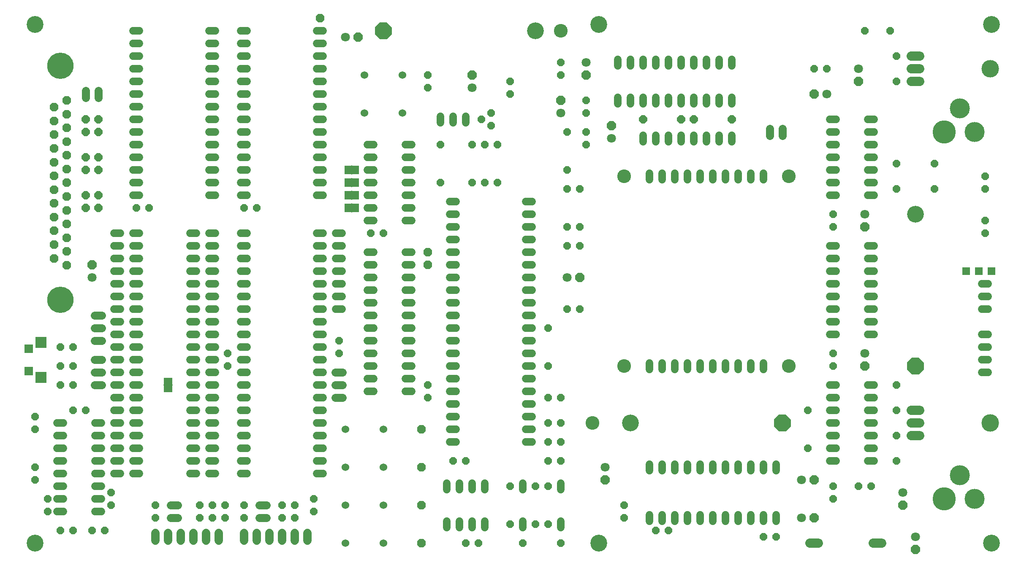
<source format=gbs>
G04 EAGLE Gerber RS-274X export*
G75*
%MOMM*%
%FSLAX34Y34*%
%LPD*%
%INSoldermask Bottom*%
%IPPOS*%
%AMOC8*
5,1,8,0,0,1.08239X$1,22.5*%
G01*
%ADD10C,3.378200*%
%ADD11C,1.879600*%
%ADD12C,3.505200*%
%ADD13P,1.951982X8X292.500000*%
%ADD14C,1.803400*%
%ADD15P,1.649562X8X292.500000*%
%ADD16P,1.649562X8X202.500000*%
%ADD17C,1.524000*%
%ADD18P,1.649562X8X112.500000*%
%ADD19P,1.649562X8X22.500000*%
%ADD20C,2.743200*%
%ADD21C,1.625600*%
%ADD22P,1.759533X8X22.500000*%
%ADD23P,1.759533X8X202.500000*%
%ADD24C,3.352800*%
%ADD25P,3.629037X8X22.500000*%
%ADD26P,3.629037X8X292.500000*%
%ADD27P,1.951982X8X202.500000*%
%ADD28P,1.951982X8X22.500000*%
%ADD29P,1.951982X8X112.500000*%
%ADD30C,1.524000*%
%ADD31R,1.371600X1.803400*%
%ADD32R,0.152400X1.828800*%
%ADD33C,1.727200*%
%ADD34R,1.727200X1.727200*%
%ADD35R,2.298700X2.298700*%
%ADD36C,4.648200*%
%ADD37C,4.013200*%
%ADD38P,1.869504X8X112.500000*%
%ADD39C,5.283200*%
%ADD40P,3.629037X8X202.500000*%
%ADD41P,1.869504X8X22.500000*%
%ADD42R,1.511200X1.511200*%
%ADD43R,1.803400X1.371600*%
%ADD44R,1.828800X0.152400*%


D10*
X38100Y1079500D03*
X38100Y38100D03*
X1955800Y1079500D03*
X1955800Y38100D03*
X1168400Y1079500D03*
X1168400Y38100D03*
D11*
X1795018Y1016000D02*
X1811782Y1016000D01*
X1811782Y990600D02*
X1795018Y990600D01*
X1795018Y965200D02*
X1811782Y965200D01*
D12*
X1953260Y990600D03*
D13*
X1689100Y965200D03*
D14*
X1689100Y990600D03*
D15*
X1765300Y1016000D03*
X1765300Y965200D03*
D16*
X1752600Y1066800D03*
X1701800Y1066800D03*
D17*
X1035304Y241300D02*
X1022096Y241300D01*
X1022096Y266700D02*
X1035304Y266700D01*
X1035304Y393700D02*
X1022096Y393700D01*
X1022096Y419100D02*
X1035304Y419100D01*
X1035304Y292100D02*
X1022096Y292100D01*
X1022096Y317500D02*
X1035304Y317500D01*
X1035304Y368300D02*
X1022096Y368300D01*
X1022096Y342900D02*
X1035304Y342900D01*
X1035304Y444500D02*
X1022096Y444500D01*
X1022096Y469900D02*
X1035304Y469900D01*
X1035304Y495300D02*
X1022096Y495300D01*
X1022096Y520700D02*
X1035304Y520700D01*
X1035304Y546100D02*
X1022096Y546100D01*
X1022096Y571500D02*
X1035304Y571500D01*
X1035304Y596900D02*
X1022096Y596900D01*
X1022096Y622300D02*
X1035304Y622300D01*
X1035304Y647700D02*
X1022096Y647700D01*
X1022096Y673100D02*
X1035304Y673100D01*
X1035304Y698500D02*
X1022096Y698500D01*
X1022096Y723900D02*
X1035304Y723900D01*
X882904Y723900D02*
X869696Y723900D01*
X869696Y698500D02*
X882904Y698500D01*
X882904Y673100D02*
X869696Y673100D01*
X869696Y647700D02*
X882904Y647700D01*
X882904Y622300D02*
X869696Y622300D01*
X869696Y596900D02*
X882904Y596900D01*
X882904Y571500D02*
X869696Y571500D01*
X869696Y546100D02*
X882904Y546100D01*
X882904Y520700D02*
X869696Y520700D01*
X869696Y495300D02*
X882904Y495300D01*
X882904Y469900D02*
X869696Y469900D01*
X869696Y444500D02*
X882904Y444500D01*
X882904Y419100D02*
X869696Y419100D01*
X869696Y393700D02*
X882904Y393700D01*
X882904Y368300D02*
X869696Y368300D01*
X869696Y342900D02*
X882904Y342900D01*
X882904Y317500D02*
X869696Y317500D01*
X869696Y292100D02*
X882904Y292100D01*
X882904Y266700D02*
X869696Y266700D01*
X869696Y241300D02*
X882904Y241300D01*
X1270000Y95504D02*
X1270000Y82296D01*
X1295400Y82296D02*
X1295400Y95504D01*
X1320800Y95504D02*
X1320800Y82296D01*
X1346200Y82296D02*
X1346200Y95504D01*
X1371600Y95504D02*
X1371600Y82296D01*
X1397000Y82296D02*
X1397000Y95504D01*
X1422400Y95504D02*
X1422400Y82296D01*
X1447800Y82296D02*
X1447800Y95504D01*
X1473200Y95504D02*
X1473200Y82296D01*
X1498600Y82296D02*
X1498600Y95504D01*
X1524000Y95504D02*
X1524000Y82296D01*
X1524000Y183896D02*
X1524000Y197104D01*
X1498600Y197104D02*
X1498600Y183896D01*
X1473200Y183896D02*
X1473200Y197104D01*
X1447800Y197104D02*
X1447800Y183896D01*
X1422400Y183896D02*
X1422400Y197104D01*
X1397000Y197104D02*
X1397000Y183896D01*
X1371600Y183896D02*
X1371600Y197104D01*
X1346200Y197104D02*
X1346200Y183896D01*
X1320800Y183896D02*
X1320800Y197104D01*
X1295400Y197104D02*
X1295400Y183896D01*
X1270000Y183896D02*
X1270000Y197104D01*
X1206500Y920496D02*
X1206500Y933704D01*
X1231900Y933704D02*
X1231900Y920496D01*
X1358900Y920496D02*
X1358900Y933704D01*
X1384300Y933704D02*
X1384300Y920496D01*
X1257300Y920496D02*
X1257300Y933704D01*
X1282700Y933704D02*
X1282700Y920496D01*
X1333500Y920496D02*
X1333500Y933704D01*
X1308100Y933704D02*
X1308100Y920496D01*
X1409700Y920496D02*
X1409700Y933704D01*
X1435100Y933704D02*
X1435100Y920496D01*
X1435100Y996696D02*
X1435100Y1009904D01*
X1409700Y1009904D02*
X1409700Y996696D01*
X1384300Y996696D02*
X1384300Y1009904D01*
X1358900Y1009904D02*
X1358900Y996696D01*
X1333500Y996696D02*
X1333500Y1009904D01*
X1308100Y1009904D02*
X1308100Y996696D01*
X1282700Y996696D02*
X1282700Y1009904D01*
X1257300Y1009904D02*
X1257300Y996696D01*
X1231900Y996696D02*
X1231900Y1009904D01*
X1206500Y1009904D02*
X1206500Y996696D01*
D18*
X850900Y762000D03*
X850900Y838200D03*
D15*
X914400Y838200D03*
X914400Y762000D03*
D19*
X1498600Y50800D03*
X1524000Y50800D03*
D18*
X1143000Y901700D03*
X1143000Y927100D03*
X1104900Y787400D03*
X1104900Y863600D03*
D17*
X1270000Y400304D02*
X1270000Y387096D01*
X1295400Y387096D02*
X1295400Y400304D01*
X1422400Y400304D02*
X1422400Y387096D01*
X1447800Y387096D02*
X1447800Y400304D01*
X1320800Y400304D02*
X1320800Y387096D01*
X1346200Y387096D02*
X1346200Y400304D01*
X1397000Y400304D02*
X1397000Y387096D01*
X1371600Y387096D02*
X1371600Y400304D01*
X1473200Y400304D02*
X1473200Y387096D01*
X1498600Y387096D02*
X1498600Y400304D01*
X1498600Y768096D02*
X1498600Y781304D01*
X1473200Y781304D02*
X1473200Y768096D01*
X1447800Y768096D02*
X1447800Y781304D01*
X1422400Y781304D02*
X1422400Y768096D01*
X1397000Y768096D02*
X1397000Y781304D01*
X1371600Y781304D02*
X1371600Y768096D01*
X1346200Y768096D02*
X1346200Y781304D01*
X1320800Y781304D02*
X1320800Y768096D01*
X1295400Y768096D02*
X1295400Y781304D01*
X1270000Y781304D02*
X1270000Y768096D01*
D20*
X1219200Y774700D03*
X1549400Y774700D03*
X1219200Y393700D03*
X1549400Y393700D03*
D21*
X1511300Y856488D02*
X1511300Y870712D01*
X1536700Y870712D02*
X1536700Y856488D01*
D15*
X1587500Y304800D03*
X1587500Y228600D03*
D22*
X1257300Y889000D03*
X1333500Y889000D03*
D23*
X1435100Y889000D03*
X1358900Y889000D03*
D18*
X1143000Y838200D03*
X1143000Y863600D03*
D15*
X1104900Y749300D03*
X1104900Y673100D03*
X1130300Y749300D03*
X1130300Y673100D03*
D17*
X1257300Y844296D02*
X1257300Y857504D01*
X1282700Y857504D02*
X1282700Y844296D01*
X1308100Y844296D02*
X1308100Y857504D01*
X1333500Y857504D02*
X1333500Y844296D01*
X1358900Y844296D02*
X1358900Y857504D01*
X1384300Y857504D02*
X1384300Y844296D01*
X1409700Y844296D02*
X1409700Y857504D01*
X1435100Y857504D02*
X1435100Y844296D01*
X1707896Y457200D02*
X1721104Y457200D01*
X1721104Y482600D02*
X1707896Y482600D01*
X1707896Y609600D02*
X1721104Y609600D01*
X1721104Y635000D02*
X1707896Y635000D01*
X1707896Y508000D02*
X1721104Y508000D01*
X1721104Y533400D02*
X1707896Y533400D01*
X1707896Y584200D02*
X1721104Y584200D01*
X1721104Y558800D02*
X1707896Y558800D01*
X1644904Y635000D02*
X1631696Y635000D01*
X1631696Y609600D02*
X1644904Y609600D01*
X1644904Y584200D02*
X1631696Y584200D01*
X1631696Y558800D02*
X1644904Y558800D01*
X1644904Y533400D02*
X1631696Y533400D01*
X1631696Y508000D02*
X1644904Y508000D01*
X1644904Y482600D02*
X1631696Y482600D01*
X1631696Y457200D02*
X1644904Y457200D01*
X1707896Y203200D02*
X1721104Y203200D01*
X1721104Y228600D02*
X1707896Y228600D01*
X1707896Y355600D02*
X1721104Y355600D01*
X1644904Y355600D02*
X1631696Y355600D01*
X1707896Y254000D02*
X1721104Y254000D01*
X1721104Y279400D02*
X1707896Y279400D01*
X1707896Y330200D02*
X1721104Y330200D01*
X1721104Y304800D02*
X1707896Y304800D01*
X1644904Y330200D02*
X1631696Y330200D01*
X1631696Y304800D02*
X1644904Y304800D01*
X1644904Y279400D02*
X1631696Y279400D01*
X1631696Y254000D02*
X1644904Y254000D01*
X1644904Y228600D02*
X1631696Y228600D01*
X1631696Y203200D02*
X1644904Y203200D01*
X1707896Y736600D02*
X1721104Y736600D01*
X1721104Y762000D02*
X1707896Y762000D01*
X1707896Y889000D02*
X1721104Y889000D01*
X1644904Y889000D02*
X1631696Y889000D01*
X1707896Y787400D02*
X1721104Y787400D01*
X1721104Y812800D02*
X1707896Y812800D01*
X1707896Y863600D02*
X1721104Y863600D01*
X1721104Y838200D02*
X1707896Y838200D01*
X1644904Y863600D02*
X1631696Y863600D01*
X1631696Y838200D02*
X1644904Y838200D01*
X1644904Y812800D02*
X1631696Y812800D01*
X1631696Y787400D02*
X1644904Y787400D01*
X1644904Y762000D02*
X1631696Y762000D01*
X1631696Y736600D02*
X1644904Y736600D01*
D18*
X965200Y762000D03*
X965200Y838200D03*
D17*
X863600Y82804D02*
X863600Y69596D01*
X889000Y69596D02*
X889000Y82804D01*
X914400Y82804D02*
X914400Y69596D01*
X939800Y69596D02*
X939800Y82804D01*
X939800Y145796D02*
X939800Y159004D01*
X914400Y159004D02*
X914400Y145796D01*
X889000Y145796D02*
X889000Y159004D01*
X863600Y159004D02*
X863600Y145796D01*
D15*
X1041400Y152400D03*
X1041400Y76200D03*
D18*
X990600Y76200D03*
X990600Y152400D03*
D15*
X939800Y838200D03*
X939800Y762000D03*
D17*
X1016000Y159004D02*
X1016000Y145796D01*
X1016000Y82804D02*
X1016000Y69596D01*
D18*
X1066800Y76200D03*
X1066800Y152400D03*
D17*
X1092200Y82804D02*
X1092200Y69596D01*
X1092200Y145796D02*
X1092200Y159004D01*
D19*
X1016000Y38100D03*
X1092200Y38100D03*
X1066800Y203200D03*
X1092200Y203200D03*
X1066800Y241300D03*
X1092200Y241300D03*
D18*
X1066800Y393700D03*
X1066800Y469900D03*
D17*
X901700Y882396D02*
X901700Y895604D01*
X850900Y895604D02*
X850900Y882396D01*
X876300Y882396D02*
X876300Y895604D01*
D18*
X952500Y901700D03*
X933450Y889000D03*
X952500Y876300D03*
D19*
X1066800Y330200D03*
X1092200Y330200D03*
X1066800Y279400D03*
X1092200Y279400D03*
D24*
X1231900Y279400D03*
D25*
X1536700Y279400D03*
D24*
X1803400Y698500D03*
D26*
X1803400Y393700D03*
D15*
X1638300Y698500D03*
X1638300Y673100D03*
X1638300Y419100D03*
X1638300Y393700D03*
D13*
X1701800Y673100D03*
D14*
X1701800Y698500D03*
D13*
X1701800Y393700D03*
D14*
X1701800Y419100D03*
D27*
X1600200Y939800D03*
D14*
X1625600Y939800D03*
D28*
X1600200Y165100D03*
D14*
X1574800Y165100D03*
D28*
X1600200Y88900D03*
D14*
X1574800Y88900D03*
D19*
X901700Y38100D03*
X927100Y38100D03*
D13*
X1181100Y165100D03*
D14*
X1181100Y190500D03*
D19*
X1282700Y63500D03*
X1308100Y63500D03*
D15*
X1219200Y114300D03*
X1219200Y88900D03*
D28*
X1130300Y571500D03*
D14*
X1104900Y571500D03*
D19*
X1104900Y508000D03*
X1130300Y508000D03*
X1104900Y635000D03*
X1130300Y635000D03*
D29*
X1092200Y927100D03*
D14*
X1092200Y901700D03*
D13*
X1143000Y977900D03*
D14*
X1143000Y1003300D03*
D15*
X1092200Y1003300D03*
X1092200Y977900D03*
X990600Y965200D03*
X990600Y939800D03*
D29*
X914400Y977900D03*
D14*
X914400Y952500D03*
D29*
X1193800Y876300D03*
D14*
X1193800Y850900D03*
D15*
X1638300Y152400D03*
X1638300Y127000D03*
D19*
X1689100Y152400D03*
X1714500Y152400D03*
D16*
X1625600Y990600D03*
X1600200Y990600D03*
D18*
X1943100Y660400D03*
X1943100Y685800D03*
X1943100Y749300D03*
X1943100Y774700D03*
D19*
X1765300Y749300D03*
X1841500Y749300D03*
X1765300Y800100D03*
X1841500Y800100D03*
D11*
X1811782Y304800D02*
X1795018Y304800D01*
X1795018Y279400D02*
X1811782Y279400D01*
X1811782Y254000D02*
X1795018Y254000D01*
D12*
X1953260Y279400D03*
D13*
X1803400Y25400D03*
D14*
X1803400Y50800D03*
D18*
X1765300Y304800D03*
X1765300Y355600D03*
D15*
X1765300Y254000D03*
X1765300Y203200D03*
D17*
X794004Y685800D02*
X780796Y685800D01*
X780796Y711200D02*
X794004Y711200D01*
X794004Y838200D02*
X780796Y838200D01*
X717804Y838200D02*
X704596Y838200D01*
X780796Y736600D02*
X794004Y736600D01*
X794004Y762000D02*
X780796Y762000D01*
X780796Y812800D02*
X794004Y812800D01*
X794004Y787400D02*
X780796Y787400D01*
X717804Y812800D02*
X704596Y812800D01*
X704596Y787400D02*
X717804Y787400D01*
X717804Y762000D02*
X704596Y762000D01*
X704596Y736600D02*
X717804Y736600D01*
X717804Y711200D02*
X704596Y711200D01*
X704596Y685800D02*
X717804Y685800D01*
D30*
X698500Y977900D03*
X698500Y901700D03*
X774700Y901700D03*
X774700Y977900D03*
D31*
X665480Y787400D03*
X680720Y787400D03*
D32*
X673100Y787400D03*
D31*
X665480Y736600D03*
X680720Y736600D03*
D32*
X673100Y736600D03*
D31*
X665480Y762000D03*
X680720Y762000D03*
D32*
X673100Y762000D03*
D31*
X665480Y711200D03*
X680720Y711200D03*
D32*
X673100Y711200D03*
D18*
X825500Y952500D03*
X825500Y977900D03*
D19*
X711200Y660400D03*
X736600Y660400D03*
D17*
X1936496Y558800D02*
X1949704Y558800D01*
X1949704Y533400D02*
X1936496Y533400D01*
X1936496Y457200D02*
X1949704Y457200D01*
X1949704Y431800D02*
X1936496Y431800D01*
X1936496Y406400D02*
X1949704Y406400D01*
X1949704Y508000D02*
X1936496Y508000D01*
X1936496Y381000D02*
X1949704Y381000D01*
X616204Y736600D02*
X602996Y736600D01*
X602996Y762000D02*
X616204Y762000D01*
X616204Y787400D02*
X602996Y787400D01*
X602996Y812800D02*
X616204Y812800D01*
X616204Y838200D02*
X602996Y838200D01*
X602996Y863600D02*
X616204Y863600D01*
X616204Y889000D02*
X602996Y889000D01*
X602996Y914400D02*
X616204Y914400D01*
X616204Y939800D02*
X602996Y939800D01*
X602996Y965200D02*
X616204Y965200D01*
X616204Y990600D02*
X602996Y990600D01*
X602996Y1016000D02*
X616204Y1016000D01*
X616204Y1041400D02*
X602996Y1041400D01*
X602996Y1066800D02*
X616204Y1066800D01*
X463804Y1066800D02*
X450596Y1066800D01*
X450596Y1041400D02*
X463804Y1041400D01*
X463804Y1016000D02*
X450596Y1016000D01*
X450596Y990600D02*
X463804Y990600D01*
X463804Y965200D02*
X450596Y965200D01*
X450596Y939800D02*
X463804Y939800D01*
X463804Y914400D02*
X450596Y914400D01*
X450596Y889000D02*
X463804Y889000D01*
X463804Y863600D02*
X450596Y863600D01*
X450596Y838200D02*
X463804Y838200D01*
X463804Y812800D02*
X450596Y812800D01*
X450596Y787400D02*
X463804Y787400D01*
X463804Y762000D02*
X450596Y762000D01*
X450596Y736600D02*
X463804Y736600D01*
X400304Y736600D02*
X387096Y736600D01*
X387096Y762000D02*
X400304Y762000D01*
X400304Y889000D02*
X387096Y889000D01*
X387096Y914400D02*
X400304Y914400D01*
X400304Y787400D02*
X387096Y787400D01*
X387096Y812800D02*
X400304Y812800D01*
X400304Y863600D02*
X387096Y863600D01*
X387096Y838200D02*
X400304Y838200D01*
X400304Y939800D02*
X387096Y939800D01*
X387096Y965200D02*
X400304Y965200D01*
X400304Y990600D02*
X387096Y990600D01*
X387096Y1016000D02*
X400304Y1016000D01*
X400304Y1041400D02*
X387096Y1041400D01*
X387096Y1066800D02*
X400304Y1066800D01*
X247904Y1066800D02*
X234696Y1066800D01*
X234696Y1041400D02*
X247904Y1041400D01*
X247904Y1016000D02*
X234696Y1016000D01*
X234696Y990600D02*
X247904Y990600D01*
X247904Y965200D02*
X234696Y965200D01*
X234696Y939800D02*
X247904Y939800D01*
X247904Y914400D02*
X234696Y914400D01*
X234696Y889000D02*
X247904Y889000D01*
X247904Y863600D02*
X234696Y863600D01*
X234696Y838200D02*
X247904Y838200D01*
X247904Y812800D02*
X234696Y812800D01*
X234696Y787400D02*
X247904Y787400D01*
X247904Y762000D02*
X234696Y762000D01*
X234696Y736600D02*
X247904Y736600D01*
X602996Y177800D02*
X616204Y177800D01*
X616204Y203200D02*
X602996Y203200D01*
X602996Y330200D02*
X616204Y330200D01*
X616204Y355600D02*
X602996Y355600D01*
X602996Y228600D02*
X616204Y228600D01*
X616204Y254000D02*
X602996Y254000D01*
X602996Y304800D02*
X616204Y304800D01*
X616204Y279400D02*
X602996Y279400D01*
X602996Y381000D02*
X616204Y381000D01*
X616204Y406400D02*
X602996Y406400D01*
X602996Y431800D02*
X616204Y431800D01*
X616204Y457200D02*
X602996Y457200D01*
X602996Y482600D02*
X616204Y482600D01*
X616204Y508000D02*
X602996Y508000D01*
X602996Y533400D02*
X616204Y533400D01*
X616204Y558800D02*
X602996Y558800D01*
X602996Y584200D02*
X616204Y584200D01*
X616204Y609600D02*
X602996Y609600D01*
X602996Y635000D02*
X616204Y635000D01*
X616204Y660400D02*
X602996Y660400D01*
X463804Y660400D02*
X450596Y660400D01*
X450596Y635000D02*
X463804Y635000D01*
X463804Y609600D02*
X450596Y609600D01*
X450596Y584200D02*
X463804Y584200D01*
X463804Y558800D02*
X450596Y558800D01*
X450596Y533400D02*
X463804Y533400D01*
X463804Y508000D02*
X450596Y508000D01*
X450596Y482600D02*
X463804Y482600D01*
X463804Y457200D02*
X450596Y457200D01*
X450596Y431800D02*
X463804Y431800D01*
X463804Y406400D02*
X450596Y406400D01*
X450596Y381000D02*
X463804Y381000D01*
X463804Y355600D02*
X450596Y355600D01*
X450596Y330200D02*
X463804Y330200D01*
X463804Y304800D02*
X450596Y304800D01*
X450596Y279400D02*
X463804Y279400D01*
X463804Y254000D02*
X450596Y254000D01*
X450596Y228600D02*
X463804Y228600D01*
X463804Y203200D02*
X450596Y203200D01*
X450596Y177800D02*
X463804Y177800D01*
D33*
X279400Y58420D02*
X279400Y43180D01*
X304800Y43180D02*
X304800Y58420D01*
X330200Y58420D02*
X330200Y43180D01*
X355600Y43180D02*
X355600Y58420D01*
X381000Y58420D02*
X381000Y43180D01*
X406400Y43180D02*
X406400Y58420D01*
D15*
X279400Y114300D03*
X279400Y88900D03*
X368300Y114300D03*
X368300Y88900D03*
X393700Y114300D03*
X393700Y88900D03*
D21*
X324612Y88900D02*
X310388Y88900D01*
X310388Y114300D02*
X324612Y114300D01*
D33*
X457200Y58420D02*
X457200Y43180D01*
X482600Y43180D02*
X482600Y58420D01*
X508000Y58420D02*
X508000Y43180D01*
X533400Y43180D02*
X533400Y58420D01*
X558800Y58420D02*
X558800Y43180D01*
X584200Y43180D02*
X584200Y58420D01*
D15*
X457200Y114300D03*
X457200Y88900D03*
X533400Y114300D03*
X533400Y88900D03*
X558800Y114300D03*
X558800Y88900D03*
D21*
X502412Y88900D02*
X488188Y88900D01*
X488188Y114300D02*
X502412Y114300D01*
D17*
X362204Y177800D02*
X348996Y177800D01*
X348996Y203200D02*
X362204Y203200D01*
X362204Y330200D02*
X348996Y330200D01*
X348996Y355600D02*
X362204Y355600D01*
X362204Y228600D02*
X348996Y228600D01*
X348996Y254000D02*
X362204Y254000D01*
X362204Y304800D02*
X348996Y304800D01*
X348996Y279400D02*
X362204Y279400D01*
X362204Y381000D02*
X348996Y381000D01*
X348996Y406400D02*
X362204Y406400D01*
X362204Y431800D02*
X348996Y431800D01*
X348996Y457200D02*
X362204Y457200D01*
X362204Y482600D02*
X348996Y482600D01*
X348996Y508000D02*
X362204Y508000D01*
X362204Y533400D02*
X348996Y533400D01*
X348996Y558800D02*
X362204Y558800D01*
X362204Y584200D02*
X348996Y584200D01*
X348996Y609600D02*
X362204Y609600D01*
X362204Y635000D02*
X348996Y635000D01*
X348996Y660400D02*
X362204Y660400D01*
X209804Y660400D02*
X196596Y660400D01*
X196596Y635000D02*
X209804Y635000D01*
X209804Y609600D02*
X196596Y609600D01*
X196596Y584200D02*
X209804Y584200D01*
X209804Y558800D02*
X196596Y558800D01*
X196596Y533400D02*
X209804Y533400D01*
X209804Y508000D02*
X196596Y508000D01*
X196596Y482600D02*
X209804Y482600D01*
X209804Y457200D02*
X196596Y457200D01*
X196596Y431800D02*
X209804Y431800D01*
X209804Y406400D02*
X196596Y406400D01*
X196596Y381000D02*
X209804Y381000D01*
X209804Y355600D02*
X196596Y355600D01*
X196596Y330200D02*
X209804Y330200D01*
X209804Y304800D02*
X196596Y304800D01*
X196596Y279400D02*
X209804Y279400D01*
X209804Y254000D02*
X196596Y254000D01*
X196596Y228600D02*
X209804Y228600D01*
X209804Y203200D02*
X196596Y203200D01*
X196596Y177800D02*
X209804Y177800D01*
D30*
X660400Y38100D03*
X736600Y38100D03*
X736600Y114300D03*
X660400Y114300D03*
D34*
X25654Y428879D03*
X25654Y383921D03*
D35*
X50546Y441452D03*
X50546Y371348D03*
D19*
X88900Y431800D03*
X114300Y431800D03*
D36*
X1861300Y127000D03*
D37*
X1922300Y127000D03*
X1892300Y175000D03*
D20*
X1092200Y1066800D03*
D38*
X101600Y596392D03*
X101600Y624078D03*
X101600Y651510D03*
X101600Y679196D03*
X101600Y706882D03*
X101600Y734314D03*
X101600Y762000D03*
X101600Y789686D03*
X101600Y817118D03*
X101600Y844804D03*
X101600Y872490D03*
X101600Y899922D03*
X101600Y927608D03*
X76200Y610108D03*
X76200Y637794D03*
X76200Y665480D03*
X76200Y692912D03*
X76200Y720598D03*
X76200Y748284D03*
X76200Y775716D03*
X76200Y803402D03*
X76200Y831088D03*
X76200Y858520D03*
X76200Y886206D03*
X76200Y913892D03*
D39*
X88900Y526796D03*
X88900Y997204D03*
D17*
X158496Y101600D02*
X171704Y101600D01*
X171704Y127000D02*
X158496Y127000D01*
X158496Y254000D02*
X171704Y254000D01*
X171704Y279400D02*
X158496Y279400D01*
X158496Y152400D02*
X171704Y152400D01*
X171704Y177800D02*
X158496Y177800D01*
X158496Y228600D02*
X171704Y228600D01*
X171704Y203200D02*
X158496Y203200D01*
X95504Y279400D02*
X82296Y279400D01*
X82296Y254000D02*
X95504Y254000D01*
X95504Y228600D02*
X82296Y228600D01*
X82296Y203200D02*
X95504Y203200D01*
X95504Y177800D02*
X82296Y177800D01*
X82296Y152400D02*
X95504Y152400D01*
X95504Y127000D02*
X82296Y127000D01*
X82296Y101600D02*
X95504Y101600D01*
D16*
X177800Y63500D03*
X152400Y63500D03*
X114300Y63500D03*
X88900Y63500D03*
D15*
X190500Y139700D03*
X190500Y114300D03*
D19*
X114300Y304800D03*
X139700Y304800D03*
D18*
X63500Y101600D03*
X63500Y127000D03*
D22*
X139700Y711200D03*
X165100Y711200D03*
X139700Y736600D03*
X165100Y736600D03*
X139700Y787400D03*
X165100Y787400D03*
X139700Y812800D03*
X165100Y812800D03*
D21*
X157988Y406400D02*
X172212Y406400D01*
X172212Y381000D02*
X157988Y381000D01*
X157988Y355600D02*
X172212Y355600D01*
D22*
X139700Y863600D03*
X165100Y863600D03*
X139700Y889000D03*
X165100Y889000D03*
D21*
X139700Y932688D02*
X139700Y946912D01*
X165100Y946912D02*
X165100Y932688D01*
X157988Y495300D02*
X172212Y495300D01*
X172212Y469900D02*
X157988Y469900D01*
X157988Y444500D02*
X172212Y444500D01*
D15*
X419100Y114300D03*
X419100Y88900D03*
D18*
X825500Y330200D03*
X825500Y355600D03*
D15*
X596900Y127000D03*
X596900Y101600D03*
D19*
X876300Y203200D03*
X901700Y203200D03*
D18*
X424815Y393700D03*
X424815Y419100D03*
X647700Y419100D03*
X647700Y444500D03*
D19*
X241300Y711200D03*
X266700Y711200D03*
X457200Y711200D03*
X482600Y711200D03*
D28*
X685800Y1054100D03*
D14*
X660400Y1054100D03*
D29*
X152400Y596900D03*
D14*
X152400Y571500D03*
D13*
X1778000Y114300D03*
D14*
X1778000Y139700D03*
D20*
X1155700Y279400D03*
D24*
X1041400Y1066800D03*
D40*
X736600Y1066800D03*
D38*
X812800Y114300D03*
X812800Y38100D03*
D17*
X794004Y342900D02*
X780796Y342900D01*
X780796Y368300D02*
X794004Y368300D01*
X794004Y393700D02*
X780796Y393700D01*
X780796Y419100D02*
X794004Y419100D01*
X794004Y444500D02*
X780796Y444500D01*
X780796Y469900D02*
X794004Y469900D01*
X794004Y495300D02*
X780796Y495300D01*
X780796Y520700D02*
X794004Y520700D01*
X794004Y546100D02*
X780796Y546100D01*
X780796Y571500D02*
X794004Y571500D01*
X794004Y596900D02*
X780796Y596900D01*
X780796Y622300D02*
X794004Y622300D01*
X717804Y622300D02*
X704596Y622300D01*
X704596Y596900D02*
X717804Y596900D01*
X717804Y571500D02*
X704596Y571500D01*
X704596Y546100D02*
X717804Y546100D01*
X717804Y520700D02*
X704596Y520700D01*
X704596Y495300D02*
X717804Y495300D01*
X717804Y469900D02*
X704596Y469900D01*
X704596Y444500D02*
X717804Y444500D01*
X717804Y419100D02*
X704596Y419100D01*
X704596Y393700D02*
X717804Y393700D01*
X717804Y368300D02*
X704596Y368300D01*
X704596Y342900D02*
X717804Y342900D01*
D15*
X38100Y292100D03*
X38100Y266700D03*
X38100Y190500D03*
X38100Y165100D03*
D19*
X88900Y393700D03*
X114300Y393700D03*
X88900Y355600D03*
X114300Y355600D03*
D41*
X825500Y596900D03*
X825500Y622300D03*
X609600Y1092200D03*
D42*
X1905000Y584200D03*
X1930400Y584200D03*
X1955800Y584200D03*
D36*
X1861300Y863600D03*
D37*
X1922300Y863600D03*
X1892300Y911600D03*
D11*
X1735582Y38100D02*
X1718818Y38100D01*
X1608582Y38100D02*
X1591818Y38100D01*
D17*
X400304Y177800D02*
X387096Y177800D01*
X387096Y203200D02*
X400304Y203200D01*
X400304Y330200D02*
X387096Y330200D01*
X387096Y355600D02*
X400304Y355600D01*
X400304Y228600D02*
X387096Y228600D01*
X387096Y254000D02*
X400304Y254000D01*
X400304Y304800D02*
X387096Y304800D01*
X387096Y279400D02*
X400304Y279400D01*
X400304Y381000D02*
X387096Y381000D01*
X387096Y406400D02*
X400304Y406400D01*
X400304Y431800D02*
X387096Y431800D01*
X387096Y457200D02*
X400304Y457200D01*
X400304Y482600D02*
X387096Y482600D01*
X387096Y508000D02*
X400304Y508000D01*
X400304Y533400D02*
X387096Y533400D01*
X387096Y558800D02*
X400304Y558800D01*
X400304Y584200D02*
X387096Y584200D01*
X387096Y609600D02*
X400304Y609600D01*
X400304Y635000D02*
X387096Y635000D01*
X387096Y660400D02*
X400304Y660400D01*
X247904Y660400D02*
X234696Y660400D01*
X234696Y635000D02*
X247904Y635000D01*
X247904Y609600D02*
X234696Y609600D01*
X234696Y584200D02*
X247904Y584200D01*
X247904Y558800D02*
X234696Y558800D01*
X234696Y533400D02*
X247904Y533400D01*
X247904Y508000D02*
X234696Y508000D01*
X234696Y482600D02*
X247904Y482600D01*
X247904Y457200D02*
X234696Y457200D01*
X234696Y431800D02*
X247904Y431800D01*
X247904Y406400D02*
X234696Y406400D01*
X234696Y381000D02*
X247904Y381000D01*
X247904Y355600D02*
X234696Y355600D01*
X234696Y330200D02*
X247904Y330200D01*
X247904Y304800D02*
X234696Y304800D01*
X234696Y279400D02*
X247904Y279400D01*
X247904Y254000D02*
X234696Y254000D01*
X234696Y228600D02*
X247904Y228600D01*
X247904Y203200D02*
X234696Y203200D01*
X234696Y177800D02*
X247904Y177800D01*
D43*
X304800Y363220D03*
X304800Y347980D03*
D44*
X304800Y355600D03*
D30*
X660400Y190500D03*
X736600Y190500D03*
X736600Y266700D03*
X660400Y266700D03*
D41*
X812800Y266700D03*
X812800Y190500D03*
D21*
X654812Y330200D02*
X640588Y330200D01*
X640588Y355600D02*
X654812Y355600D01*
X654812Y381000D02*
X640588Y381000D01*
D17*
X641096Y508000D02*
X654304Y508000D01*
X654304Y533400D02*
X641096Y533400D01*
X641096Y558800D02*
X654304Y558800D01*
X654304Y584200D02*
X641096Y584200D01*
X641096Y609600D02*
X654304Y609600D01*
X654304Y635000D02*
X641096Y635000D01*
X641096Y660400D02*
X654304Y660400D01*
M02*

</source>
